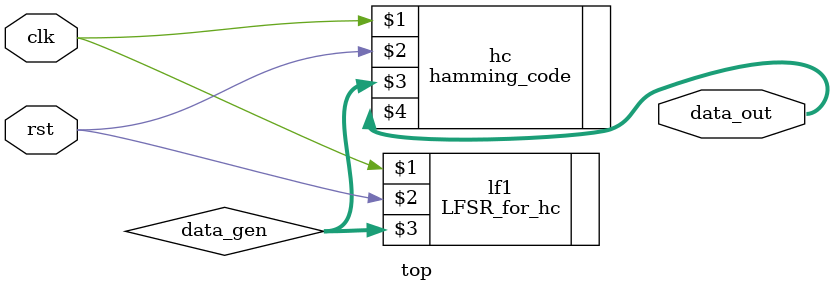
<source format=v>
`include "LFSR.v"
`include "hamming_code.v"

module top(
	clk,rst,data_out
);
	input              clk,rst;
	output     [20:0] data_out;
	wire       [15:0] data_gen;

	LFSR_for_hc lf1(clk,rst,data_gen);
	hamming_code hc(clk,rst,data_gen,data_out);

endmodule 

</source>
